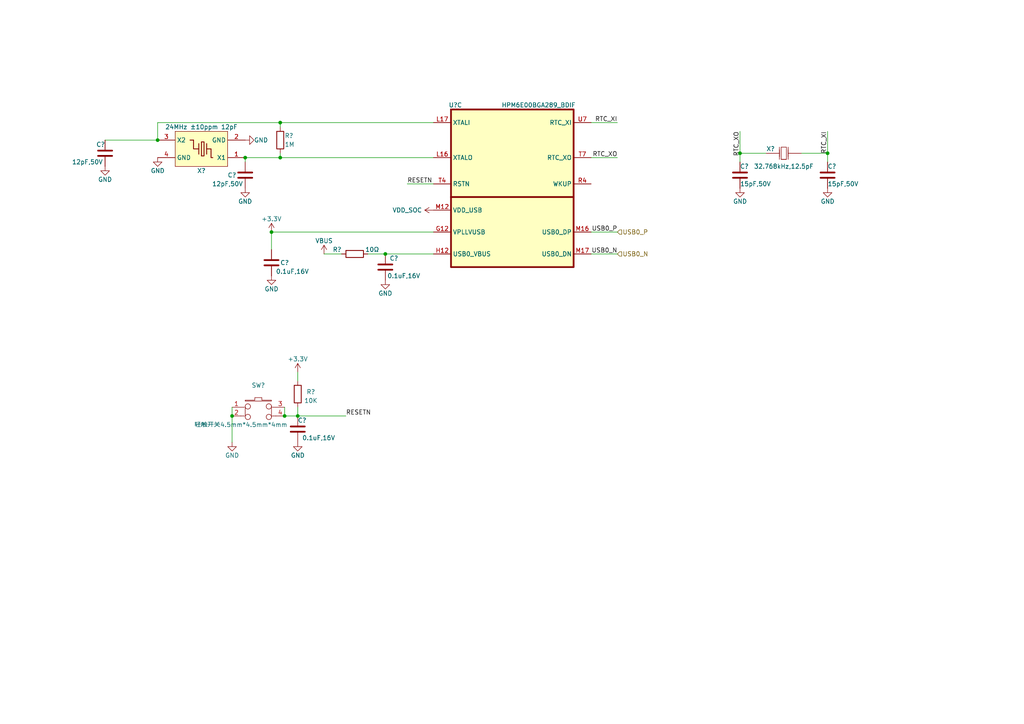
<source format=kicad_sch>
(kicad_sch (version 20230121) (generator eeschema)
  (paper "A4")
  (title_block (title "HPM6E00ADCEVKRevC") (date "2024-09-17") (rev "RevC") (comment 1 "MCU_USB&OSC"))
  (junction (at 111.76 73.66))
  (junction (at 82.55 120.65))
  (junction (at 86.36 120.65))
  (junction (at 67.31 120.65))
  (junction (at 78.74 67.31))
  (junction (at 214.63 44.45))
  (junction (at 81.28 45.72))
  (junction (at 71.12 45.72))
  (junction (at 45.72 40.64))
  (junction (at 240.03 44.45))
  (junction (at 81.28 35.56))
  (wire (pts (xy 86.36 107.95) (xy 86.36 110.49)))
  (wire (pts (xy 214.63 46.99) (xy 214.63 44.45)))
  (wire (pts (xy 67.31 118.11) (xy 67.31 120.65)))
  (wire (pts (xy 81.28 36.83) (xy 81.28 35.56)))
  (wire (pts (xy 171.45 45.72) (xy 179.07 45.72)))
  (wire (pts (xy 81.28 45.72) (xy 125.73 45.72)))
  (wire (pts (xy 82.55 118.11) (xy 82.55 120.65)))
  (wire (pts (xy 240.03 44.45) (xy 240.03 46.99)))
  (wire (pts (xy 78.74 67.31) (xy 125.73 67.31)))
  (wire (pts (xy 86.36 118.11) (xy 86.36 120.65)))
  (wire (pts (xy 30.48 40.64) (xy 45.72 40.64)))
  (wire (pts (xy 214.63 38.1) (xy 214.63 44.45)) (stroke (width 0.15)))
  (wire (pts (xy 67.31 120.65) (xy 67.31 128.27)))
  (wire (pts (xy 78.74 72.39) (xy 78.74 67.31)))
  (wire (pts (xy 179.07 67.31) (xy 171.45 67.31)))
  (wire (pts (xy 45.72 35.56) (xy 81.28 35.56)))
  (wire (pts (xy 240.03 44.45) (xy 240.03 38.1)) (stroke (width 0.15)))
  (wire (pts (xy 45.72 40.64) (xy 45.72 35.56)))
  (wire (pts (xy 111.76 73.66) (xy 125.73 73.66)))
  (wire (pts (xy 118.11 53.34) (xy 125.73 53.34)))
  (wire (pts (xy 106.68 73.66) (xy 111.76 73.66)))
  (wire (pts (xy 214.63 44.45) (xy 222.25 44.45)) (stroke (width 0.15)))
  (wire (pts (xy 93.98 73.66) (xy 99.06 73.66)))
  (wire (pts (xy 82.55 120.65) (xy 86.36 120.65)))
  (wire (pts (xy 179.07 35.56) (xy 171.45 35.56)))
  (wire (pts (xy 232.41 44.45) (xy 240.03 44.45)) (stroke (width 0.15)))
  (wire (pts (xy 71.12 45.72) (xy 81.28 45.72)))
  (wire (pts (xy 179.07 73.66) (xy 171.45 73.66)))
  (wire (pts (xy 71.12 46.99) (xy 71.12 45.72)))
  (wire (pts (xy 81.28 44.45) (xy 81.28 45.72)))
  (wire (pts (xy 81.28 35.56) (xy 125.73 35.56)))
  (wire (pts (xy 86.36 120.65) (xy 100.33 120.65)))
  (label "RESETN" (at 100.33 120.65 0))
  (label "USB0_P" (at 179.07 67.31 180))
  (label "RTC_XI" (at 240.03 38.1 270))
  (label "RTC_XI" (at 179.07 35.56 180))
  (label "RESETN" (at 118.11 53.34 0))
  (label "RTC_XO" (at 179.07 45.72 180))
  (label "USB0_N" (at 179.07 73.66 180))
  (label "RTC_XO" (at 214.63 38.1 270))
  (hierarchical_label "USB0_P" (shape input) (at 179.07 67.31 0))
  (hierarchical_label "USB0_N" (shape input) (at 179.07 73.66 0))
  (symbol (lib_id "03_HPM_Capacitance:12pF,50V_0402") (at 71.12 50.8 0) (mirror y) (unit 1)
    (property "Reference" "C?" (at 68.58 50.8 0) (effects (justify left)))
    (property "Value" "12pF,50V" (at 70.485 53.34 0) (effects (justify left)))
    (property "Footprint" "03_HPM_Capacitance:C_0402_1005Metric" (effects hide))
    (property "Model" "CC0402JRNPO9BN120" (effects hide))
    (property "Company" " YAGEO(国巨)" (effects hide))
    (instances (project "HPM5300-USB-OSC" (path "" (reference "C?") (unit 1))) (project "HPM6E00 SKT Board BGA289_BDIF REVA" (path "" (reference "C?") (unit 1))) (project "HPM6E00ADCEVKRevC" (path "" (reference "C67") (unit 1))) (project "HPM5300 SKT Board LQFP100 REVA" (path "" (reference "C?") (unit 1))))
  )
  (symbol (lib_id "98_POWER:GND") (at 86.36 128.27 0) (unit 1)
    (property "Reference" "#PWR?" (effects hide))
    (property "Value" "GND" (at 84.328 132.08 0) (effects (justify left)))
    (instances (project "HPM5300-USB-OSC" (path "" (reference "#PWR?") (unit 1))) (project "HPM6E00ADCEVKRevC" (path "" (reference "#PWR0166") (unit 1))) (project "HPM5300 EVK REVC" (path "" (reference "#PWR?") (unit 1))))
  )
  (symbol (lib_id "11_HPM_Oscillator:32.768kHz,12.5pF,20PPM") (at 227.33 44.45 0) (unit 1)
    (property "Reference" "X?" (at 223.52 43.18 0))
    (property "Value" "32.768kHz,12.5pF" (at 227.33 48.26 0))
    (property "Footprint" "09_HPM_Oscillator:3215" (effects hide))
    (property "Model" " FC-135 32.7680KA-AC" (effects hide))
    (property "Company" "EPSON(爱普生)" (effects hide))
    (instances (project "HPM6E00 SKT Board BGA289_BDIF REVA" (path "" (reference "X?") (unit 1))) (project "HPM6E00ADCEVKRevC" (path "" (reference "X2") (unit 1))))
  )
  (symbol (lib_id "03_HPM_Capacitance:15pF,50V_0402") (at 214.63 50.8 0) (unit 1)
    (property "Reference" "C?" (at 214.63 48.26 0) (effects (justify left)))
    (property "Value" "15pF,50V" (at 214.63 53.34 0) (effects (justify left)))
    (property "Footprint" "03_HPM_Capacitance:C_0402_1005Metric" (effects hide))
    (property "Model" " CL05C150JB5NNNC" (effects hide))
    (property "Company" "SAMSUNG(三星)\n" (effects hide))
    (instances (project "HPM6E00 SKT Board BGA289_BDIF REVA" (path "" (reference "C?") (unit 1))) (project "HPM6E00ADCEVKRevC" (path "" (reference "C94") (unit 1))))
  )
  (symbol (lib_id "99_HPM:HPM6E00BGA289_BDIF") (at 130.81 31.75 0) (unit 3)
    (property "Reference" "U?" (at 132.08 30.48 0))
    (property "Value" "HPM6E00BGA289_BDIF" (at 156.21 30.48 0))
    (property "Footprint" "00_HPM_Library:BGA-289_17x17_14.0x14.0mm" (effects hide))
    (instances (project "HPM6E00 SKT Board BGA289_BDIF REVA" (path "" (reference "U?") (unit 3))) (project "HPM6E00ADCEVKRevC" (path "" (reference "U9") (unit 3))))
  )
  (symbol (lib_id "power:GND") (at 214.63 54.61 0) (unit 1)
    (property "Reference" "#PWR?" (effects hide))
    (property "Value" "GND" (at 212.598 58.42 0) (effects (justify left)))
    (instances (project "HPM5300-USB-OSC" (path "" (reference "#PWR?") (unit 1))) (project "HPM6E00 SKT Board BGA289_BDIF REVA" (path "" (reference "#PWR?") (unit 1))) (project "HPM6E00ADCEVKRevC" (path "" (reference "#PWR0165") (unit 1))) (project "HPM5300 SKT Board LQFP100 REVA" (path "" (reference "#PWR?") (unit 1))))
  )
  (symbol (lib_id "02_HPM_Resistor:10K_0402") (at 86.36 114.3 270) (unit 1)
    (property "Reference" "R?" (at 90.17 113.665 90))
    (property "Value" "10K" (at 90.17 116.205 90))
    (property "Footprint" "02_HPM_Resistor:R_0402_1005Metric" (effects hide))
    (property "Model" "0402WGF1002TCE" (effects hide))
    (property "Company" "UNI-ROYAL(厚声)" (effects hide))
    (instances (project "HPM5300-USB-OSC" (path "" (reference "R?") (unit 1))) (project "HPM6E00ADCEVKRevC" (path "" (reference "R56") (unit 1))) (project "HPM5300 EVK REVC" (path "" (reference "R?") (unit 1))))
  )
  (symbol (lib_id "03_HPM_Capacitance:0.1uF,16V_0402") (at 78.74 76.2 0) (unit 1)
    (property "Reference" "C?" (at 81.28 76.2 0) (effects (justify left)))
    (property "Value" "0.1uF,16V" (at 80.01 78.74 0) (effects (justify left)))
    (property "Footprint" "03_HPM_Capacitance:C_0402_1005Metric" (effects hide))
    (property "Model" "CL05B104KO5NNNC" (effects hide))
    (property "Company" "SAMSUNG(三星)" (effects hide))
    (instances (project "HPM5300-USB-OSC" (path "" (reference "C?") (unit 1))) (project "HPM6E00 SKT Board BGA289_BDIF REVA" (path "" (reference "C?") (unit 1))) (project "HPM6E00ADCEVKRevC" (path "" (reference "C68") (unit 1))) (project "HPM5300 SKT Board LQFP100 REVA" (path "" (reference "C?") (unit 1))))
  )
  (symbol (lib_id "power:GND") (at 45.72 45.72 0) (unit 1)
    (property "Reference" "#PWR?" (effects hide))
    (property "Value" "GND" (at 43.688 49.53 0) (effects (justify left)))
    (instances (project "HPM5300-USB-OSC" (path "" (reference "#PWR?") (unit 1))) (project "HPM6E00 SKT Board BGA289_BDIF REVA" (path "" (reference "#PWR?") (unit 1))) (project "HPM6E00ADCEVKRevC" (path "" (reference "#PWR0174") (unit 1))) (project "HPM5300 SKT Board LQFP100 REVA" (path "" (reference "#PWR?") (unit 1))))
  )
  (symbol (lib_id "power:GND") (at 111.76 81.28 0) (unit 1)
    (property "Reference" "#PWR?" (effects hide))
    (property "Value" "GND" (at 109.728 85.09 0) (effects (justify left)))
    (instances (project "HPM5300-USB-OSC" (path "" (reference "#PWR?") (unit 1))) (project "HPM6E00 SKT Board BGA289_BDIF REVA" (path "" (reference "#PWR?") (unit 1))) (project "HPM6E00ADCEVKRevC" (path "" (reference "#PWR0169") (unit 1))) (project "HPM5300 SKT Board LQFP100 REVA" (path "" (reference "#PWR?") (unit 1))))
  )
  (symbol (lib_id "power:+3.3V") (at 86.36 107.95 0) (unit 1)
    (property "Reference" "#PWR?" (effects hide))
    (property "Value" "+3.3V" (at 86.36 104.14 0))
    (instances (project "HPM5300-USB-OSC" (path "" (reference "#PWR?") (unit 1))) (project "HPM6E00ADCEVKRevC" (path "" (reference "#PWR0168") (unit 1))) (project "HPM5300 EVK REVC" (path "" (reference "#PWR?") (unit 1))))
  )
  (symbol (lib_id "03_HPM_Capacitance:12pF,50V_0402") (at 30.48 44.45 0) (mirror y) (unit 1)
    (property "Reference" "C?" (at 30.48 41.91 0) (effects (justify left)))
    (property "Value" "12pF,50V" (at 29.845 46.99 0) (effects (justify left)))
    (property "Footprint" "03_HPM_Capacitance:C_0402_1005Metric" (effects hide))
    (property "Model" "CC0402JRNPO9BN120" (effects hide))
    (property "Company" " YAGEO(国巨)" (effects hide))
    (instances (project "HPM5300-USB-OSC" (path "" (reference "C?") (unit 1))) (project "HPM6E00 SKT Board BGA289_BDIF REVA" (path "" (reference "C?") (unit 1))) (project "HPM6E00ADCEVKRevC" (path "" (reference "C66") (unit 1))) (project "HPM5300 SKT Board LQFP100 REVA" (path "" (reference "C?") (unit 1))))
  )
  (symbol (lib_id "power:+3.3V") (at 78.74 67.31 0) (unit 1)
    (property "Reference" "#PWR?" (effects hide))
    (property "Value" "+3.3V" (at 78.74 63.5 0))
    (instances (project "HPM6E00-PA00-PA31-JTAG-BOOT-LED-KEY" (path "" (reference "#PWR?") (unit 1))) (project "HPM6E00 SKT Board BGA289_BDIF REVA" (path "" (reference "#PWR?") (unit 1))) (project "HPM5300-CON-JTAG" (path "" (reference "#PWR?") (unit 1))) (project "HPM6E00ADCEVKRevC" (path "" (reference "#PWR?") (unit 1)) (path "" (reference "#PWR0175") (unit 1))) (project "HPM5300 SKT Board LQFP100 REVA" (path "" (reference "#PWR?") (unit 1))))
  )
  (symbol (lib_id "01-HPM-Peripheral:轻触开关4.5mm*4.5mm*4mm") (at 74.93 118.11 0) (unit 1)
    (property "Reference" "SW?" (at 74.93 111.76 0))
    (property "Value" "轻触开关4.5mm*4.5mm*4mm" (at 69.85 123.19 0))
    (property "Footprint" "01_HPM_Peripheral:轻触开关SMD-4P,4.5x4.5mm" (effects hide))
    (property "Model" " TS4540TP" (effects hide))
    (property "Company" "SHOU HAN(首韩)" (effects hide))
    (instances (project "HPM5300-USB-OSC" (path "" (reference "SW?") (unit 1))) (project "HPM6E00ADCEVKRevC" (path "" (reference "SW1") (unit 1))) (project "HPM5300 EVK REVC" (path "" (reference "SW?") (unit 1))))
  )
  (symbol (lib_id "03_HPM_Capacitance:0.1uF,16V_0402") (at 86.36 124.46 0) (unit 1)
    (property "Reference" "C?" (at 86.36 121.92 0) (effects (justify left)))
    (property "Value" "0.1uF,16V" (at 87.63 127 0) (effects (justify left)))
    (property "Footprint" "03_HPM_Capacitance:C_0402_1005Metric" (effects hide))
    (property "Model" "CL05B104KO5NNNC" (effects hide))
    (property "Company" "SAMSUNG(三星)" (effects hide))
    (instances (project "HPM5300-USB-OSC" (path "" (reference "C?") (unit 1))) (project "HPM6E00ADCEVKRevC" (path "" (reference "C92") (unit 1))) (project "HPM5300 EVK REVC" (path "" (reference "C?") (unit 1))))
  )
  (symbol (lib_id "power:GND") (at 71.12 54.61 0) (mirror y) (unit 1)
    (property "Reference" "#PWR?" (effects hide))
    (property "Value" "GND" (at 73.152 58.42 0) (effects (justify left)))
    (instances (project "HPM5300-USB-OSC" (path "" (reference "#PWR?") (unit 1))) (project "HPM6E00 SKT Board BGA289_BDIF REVA" (path "" (reference "#PWR?") (unit 1))) (project "HPM6E00ADCEVKRevC" (path "" (reference "#PWR0176") (unit 1))) (project "HPM5300 SKT Board LQFP100 REVA" (path "" (reference "#PWR?") (unit 1))))
  )
  (symbol (lib_id "power:GND") (at 30.48 48.26 0) (mirror y) (unit 1)
    (property "Reference" "#PWR?" (effects hide))
    (property "Value" "GND" (at 32.512 52.07 0) (effects (justify left)))
    (instances (project "HPM5300-USB-OSC" (path "" (reference "#PWR?") (unit 1))) (project "HPM6E00 SKT Board BGA289_BDIF REVA" (path "" (reference "#PWR?") (unit 1))) (project "HPM6E00ADCEVKRevC" (path "" (reference "#PWR0173") (unit 1))) (project "HPM5300 SKT Board LQFP100 REVA" (path "" (reference "#PWR?") (unit 1))))
  )
  (symbol (lib_id "98_POWER:VDD_SOC") (at 125.73 60.96 90) (unit 1)
    (property "Reference" "#VDD_SOC_PWR?" (effects hide))
    (property "Value" "VDD_SOC" (at 118.11 60.96 90))
    (instances (project "HPM5300-POWER" (path "" (reference "#VDD_SOC_PWR?") (unit 1))) (project "HPM6E00 SKT Board BGA289_BDIF REVA" (path "" (reference "#VDD_SOC_PWR?") (unit 1)) (path "" (reference "#VDD_SOC_PWR?") (unit 1))) (project "HPM6E00ADCEVKRevC" (path "" (reference "#VDD_SOC_PWR0103") (unit 1))) (project "HPM5300 SKT Board LQFP100 REVA" (path "" (reference "#VDD_SOC_PWR?") (unit 1))))
  )
  (symbol (lib_id "power:GND") (at 71.12 40.64 90) (unit 1)
    (property "Reference" "#PWR?" (effects hide))
    (property "Value" "GND" (at 73.66 40.64 90) (effects (justify right)))
    (instances (project "HPM5300-USB-OSC" (path "" (reference "#PWR?") (unit 1))) (project "HPM6E00 SKT Board BGA289_BDIF REVA" (path "" (reference "#PWR?") (unit 1))) (project "HPM6E00ADCEVKRevC" (path "" (reference "#PWR0172") (unit 1))) (project "HPM5300 SKT Board LQFP100 REVA" (path "" (reference "#PWR?") (unit 1))))
  )
  (symbol (lib_id "03_HPM_Capacitance:15pF,50V_0402") (at 240.03 50.8 0) (unit 1)
    (property "Reference" "C?" (at 240.03 48.26 0) (effects (justify left)))
    (property "Value" "15pF,50V" (at 240.03 53.34 0) (effects (justify left)))
    (property "Footprint" "03_HPM_Capacitance:C_0402_1005Metric" (effects hide))
    (property "Model" " CL05C150JB5NNNC" (effects hide))
    (property "Company" "SAMSUNG(三星)\n" (effects hide))
    (instances (project "HPM6E00 SKT Board BGA289_BDIF REVA" (path "" (reference "C?") (unit 1))) (project "HPM6E00ADCEVKRevC" (path "" (reference "C95") (unit 1))))
  )
  (symbol (lib_id "02_HPM_Resistor:1K_0402") (at 102.87 73.66 0) (unit 1)
    (property "Reference" "R?" (at 97.79 72.39 0))
    (property "Value" "10Ω" (at 107.95 72.39 0))
    (property "Footprint" "02_HPM_Resistor:R_0402_1005Metric" (effects hide))
    (property "Model" "0402WGF1001TCE" (effects hide))
    (property "Company" "UNI-ROYAL(厚声)" (effects hide))
    (instances (project "HPM5300-USB-OSC" (path "" (reference "R?") (unit 1))) (project "HPM6E00 SKT Board BGA289_BDIF REVA" (path "" (reference "R?") (unit 1))) (project "HPM6E00ADCEVKRevC" (path "" (reference "R57") (unit 1))) (project "HPM5300 SKT Board LQFP100 REVA" (path "" (reference "R?") (unit 1))))
  )
  (symbol (lib_id "power:GND") (at 240.03 54.61 0) (unit 1)
    (property "Reference" "#PWR?" (effects hide))
    (property "Value" "GND" (at 237.998 58.42 0) (effects (justify left)))
    (instances (project "HPM5300-USB-OSC" (path "" (reference "#PWR?") (unit 1))) (project "HPM6E00 SKT Board BGA289_BDIF REVA" (path "" (reference "#PWR?") (unit 1))) (project "HPM6E00ADCEVKRevC" (path "" (reference "#PWR0164") (unit 1))) (project "HPM5300 SKT Board LQFP100 REVA" (path "" (reference "#PWR?") (unit 1))))
  )
  (symbol (lib_id "03_HPM_Capacitance:0.1uF,16V_0402") (at 111.76 77.47 0) (mirror y) (unit 1)
    (property "Reference" "C?" (at 115.57 74.93 0) (effects (justify left)))
    (property "Value" "0.1uF,16V" (at 121.92 80.01 0) (effects (justify left)))
    (property "Footprint" "03_HPM_Capacitance:C_0402_1005Metric" (effects hide))
    (property "Model" "CL05B104KO5NNNC" (effects hide))
    (property "Company" "SAMSUNG(三星)" (effects hide))
    (instances (project "HPM5300-USB-OSC" (path "" (reference "C?") (unit 1))) (project "HPM6E00 SKT Board BGA289_BDIF REVA" (path "" (reference "C?") (unit 1))) (project "HPM6E00ADCEVKRevC" (path "" (reference "C93") (unit 1))) (project "HPM5300 SKT Board LQFP100 REVA" (path "" (reference "C?") (unit 1))))
  )
  (symbol (lib_id "11_HPM_Oscillator:24MHz ±10ppm 12pF") (at 45.72 38.1 0) (unit 1)
    (property "Reference" "X?" (at 58.42 49.53 0))
    (property "Value" "24MHz ±10ppm 12pF" (at 58.42 36.83 0))
    (property "Footprint" "09_HPM_Oscillator:3225" (effects hide))
    (property "Model" " X1E0000210129" (effects hide))
    (property "Company" "EPSON(爱普生)" (effects hide))
    (instances (project "HPM5300-USB-OSC" (path "" (reference "X?") (unit 1))) (project "HPM6E00 SKT Board BGA289_BDIF REVA" (path "" (reference "X?") (unit 1))) (project "HPM6E00ADCEVKRevC" (path "" (reference "X1") (unit 1))) (project "HPM5300 SKT Board LQFP100 REVA" (path "" (reference "X?") (unit 1))))
  )
  (symbol (lib_id "power:GND") (at 78.74 80.01 0) (unit 1)
    (property "Reference" "#PWR?" (effects hide))
    (property "Value" "GND" (at 76.708 83.82 0) (effects (justify left)))
    (instances (project "HPM5300-USB-OSC" (path "" (reference "#PWR?") (unit 1))) (project "HPM6E00 SKT Board BGA289_BDIF REVA" (path "" (reference "#PWR?") (unit 1))) (project "HPM6E00ADCEVKRevC" (path "" (reference "#PWR0170") (unit 1))) (project "HPM5300 SKT Board LQFP100 REVA" (path "" (reference "#PWR?") (unit 1))))
  )
  (symbol (lib_id "98_POWER:GND") (at 67.31 128.27 0) (unit 1)
    (property "Reference" "#PWR?" (effects hide))
    (property "Value" "GND" (at 65.278 132.08 0) (effects (justify left)))
    (instances (project "HPM5300-USB-OSC" (path "" (reference "#PWR?") (unit 1))) (project "HPM6E00ADCEVKRevC" (path "" (reference "#PWR0167") (unit 1))) (project "HPM5300 EVK REVC" (path "" (reference "#PWR?") (unit 1))))
  )
  (symbol (lib_id "power:VBUS") (at 93.98 73.66 0) (unit 1)
    (property "Reference" "#PWR?" (effects hide))
    (property "Value" "VBUS" (at 93.98 69.85 0))
    (instances (project "HPM5300-USB-OSC" (path "" (reference "#PWR?") (unit 1))) (project "HPM6E00 SKT Board BGA289_BDIF REVA" (path "" (reference "#PWR?") (unit 1))) (project "HPM6E00ADCEVKRevC" (path "" (reference "#PWR0171") (unit 1))) (project "HPM5300 SKT Board LQFP100 REVA" (path "" (reference "#PWR?") (unit 1))))
  )
  (symbol (lib_id "02_HPM_Resistor:1M_0402") (at 81.28 40.64 90) (unit 1)
    (property "Reference" "R?" (at 82.55 39.37 90) (effects (justify right)))
    (property "Value" "1M" (at 82.55 41.91 90) (effects (justify right)))
    (property "Footprint" "02_HPM_Resistor:R_0402_1005Metric" (effects hide))
    (property "Model" "CQ02WGJ0105TCE" (effects hide))
    (property "Company" "UNI-ROYAL(厚声)" (effects hide))
    (instances (project "HPM5300-USB-OSC" (path "" (reference "R?") (unit 1))) (project "HPM6E00 SKT Board BGA289_BDIF REVA" (path "" (reference "R?") (unit 1))) (project "HPM6E00ADCEVKRevC" (path "" (reference "R53") (unit 1))) (project "HPM5300 SKT Board LQFP100 REVA" (path "" (reference "R?") (unit 1))))
  )
)
</source>
